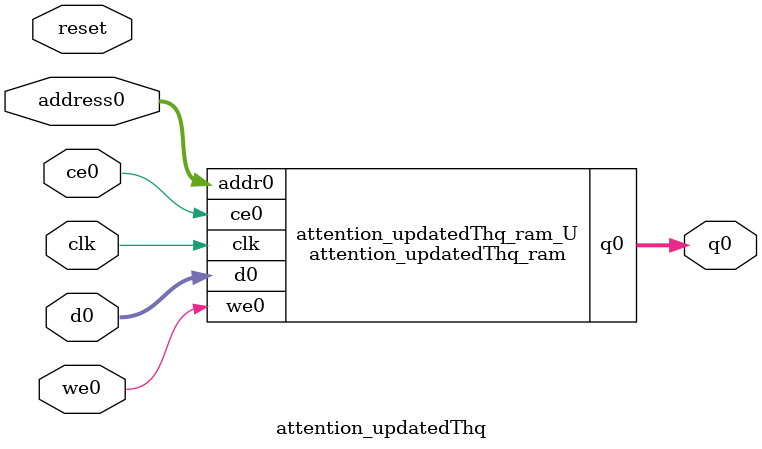
<source format=v>
`timescale 1 ns / 1 ps
module attention_updatedThq_ram (addr0, ce0, d0, we0, q0,  clk);

parameter DWIDTH = 32;
parameter AWIDTH = 14;
parameter MEM_SIZE = 9216;

input[AWIDTH-1:0] addr0;
input ce0;
input[DWIDTH-1:0] d0;
input we0;
output reg[DWIDTH-1:0] q0;
input clk;

(* ram_style = "block" *)reg [DWIDTH-1:0] ram[0:MEM_SIZE-1];




always @(posedge clk)  
begin 
    if (ce0) begin
        if (we0) 
            ram[addr0] <= d0; 
        q0 <= ram[addr0];
    end
end


endmodule

`timescale 1 ns / 1 ps
module attention_updatedThq(
    reset,
    clk,
    address0,
    ce0,
    we0,
    d0,
    q0);

parameter DataWidth = 32'd32;
parameter AddressRange = 32'd9216;
parameter AddressWidth = 32'd14;
input reset;
input clk;
input[AddressWidth - 1:0] address0;
input ce0;
input we0;
input[DataWidth - 1:0] d0;
output[DataWidth - 1:0] q0;



attention_updatedThq_ram attention_updatedThq_ram_U(
    .clk( clk ),
    .addr0( address0 ),
    .ce0( ce0 ),
    .we0( we0 ),
    .d0( d0 ),
    .q0( q0 ));

endmodule


</source>
